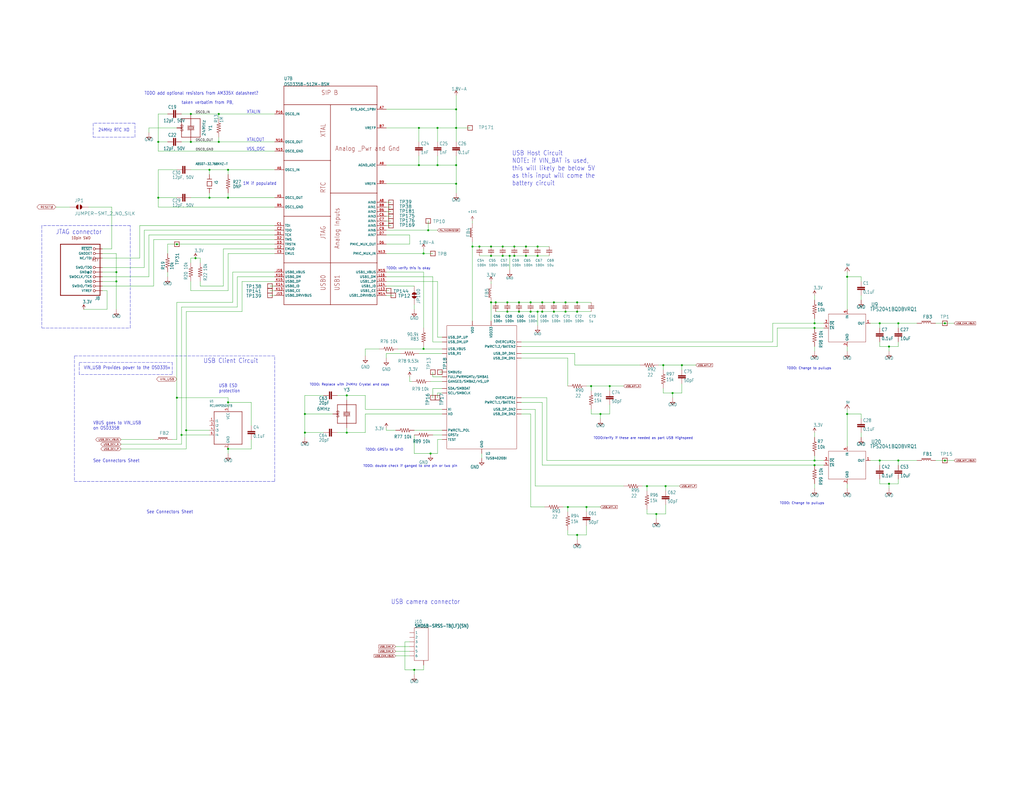
<source format=kicad_sch>
(kicad_sch (version 20211123) (generator eeschema)
  (paper "C")
  (title_block (title "Oresat DxWifi Card") (date "2022-01-30") (rev "1.1"))
  (junction (at 485.14 264.16))
  (junction (at 462.28 226.06))
  (junction (at 358.14 280.67))
  (junction (at 270.51 165.1))
  (junction (at 353.06 265.43))
  (junction (at 444.5 176.53))
  (junction (at 63.5 153.67))
  (junction (at 308.61 170.18))
  (junction (at 104.14 62.23))
  (junction (at 189.23 236.22))
  (junction (at 287.02 139.7))
  (junction (at 490.22 251.46))
  (junction (at 96.52 133.35))
  (junction (at 114.3 107.95))
  (junction (at 114.3 92.71))
  (junction (at 248.92 59.69))
  (junction (at 363.22 265.43))
  (junction (at 189.23 215.9))
  (junction (at 119.38 62.23))
  (junction (at 314.96 292.1))
  (junction (at 309.88 276.86))
  (junction (at 444.5 254))
  (junction (at 327.66 226.06))
  (junction (at 261.62 134.62))
  (junction (at 124.46 245.11))
  (junction (at 314.96 165.1))
  (junction (at 106.68 140.97))
  (junction (at 124.46 92.71))
  (junction (at 238.76 69.85))
  (junction (at 276.86 170.18))
  (junction (at 267.97 165.1))
  (junction (at 295.91 165.1))
  (junction (at 166.37 226.06))
  (junction (at 63.5 148.59))
  (junction (at 485.14 189.23))
  (junction (at 280.67 134.62))
  (junction (at 480.06 251.46))
  (junction (at 515.62 176.53))
  (junction (at 233.68 125.73))
  (junction (at 480.06 176.53))
  (junction (at 267.97 134.62))
  (junction (at 231.14 138.43))
  (junction (at 238.76 90.17))
  (junction (at 166.37 236.22))
  (junction (at 293.37 139.7))
  (junction (at 515.62 251.46))
  (junction (at 124.46 219.71))
  (junction (at 96.52 217.17))
  (junction (at 372.11 199.39))
  (junction (at 228.6 90.17))
  (junction (at 99.06 237.49))
  (junction (at 248.92 90.17))
  (junction (at 295.91 170.18))
  (junction (at 248.92 100.33))
  (junction (at 101.6 234.95))
  (junction (at 302.26 170.18))
  (junction (at 490.22 176.53))
  (junction (at 283.21 165.1))
  (junction (at 248.92 69.85))
  (junction (at 278.13 139.7))
  (junction (at 302.26 165.1))
  (junction (at 119.38 77.47))
  (junction (at 322.58 210.82))
  (junction (at 332.74 210.82))
  (junction (at 274.32 139.7))
  (junction (at 361.95 199.39))
  (junction (at 228.6 69.85))
  (junction (at 104.14 77.47))
  (junction (at 124.46 107.95))
  (junction (at 267.97 139.7))
  (junction (at 462.28 151.13))
  (junction (at 293.37 134.62))
  (junction (at 257.81 134.62))
  (junction (at 293.37 170.18))
  (junction (at 283.21 170.18))
  (junction (at 276.86 165.1))
  (junction (at 234.95 247.65))
  (junction (at 289.56 165.1))
  (junction (at 308.61 165.1))
  (junction (at 287.02 134.62))
  (junction (at 231.14 190.5))
  (junction (at 274.32 134.62))
  (junction (at 314.96 170.18))
  (junction (at 367.03 214.63))
  (junction (at 86.36 77.47))
  (junction (at 320.04 276.86))
  (junction (at 86.36 107.95))
  (junction (at 444.5 251.46))
  (junction (at 444.5 179.07))
  (junction (at 280.67 139.7))
  (junction (at 289.56 170.18))
  (junction (at 226.06 365.76))
  (wire (pts (xy 226.06 156.21) (xy 210.82 156.21)))
  (wire (pts (xy 248.92 77.47) (xy 248.92 69.85)))
  (wire (pts (xy 462.28 168.91) (xy 462.28 151.13)))
  (wire (pts (xy 241.3 205.74) (xy 236.22 205.74)))
  (wire (pts (xy 284.48 189.23) (xy 424.18 189.23)))
  (wire (pts (xy 490.22 176.53) (xy 490.22 179.07)))
  (wire (pts (xy 515.62 251.46) (xy 520.7 251.46)))
  (wire (pts (xy 220.98 350.52) (xy 220.98 365.76)))
  (wire (pts (xy 210.82 234.95) (xy 215.9 234.95)))
  (wire (pts (xy 213.36 113.03) (xy 210.82 113.03)))
  (wire (pts (xy 444.5 189.23) (xy 444.5 191.77)))
  (wire (pts (xy 58.42 168.91) (xy 45.72 168.91)))
  (wire (pts (xy 217.17 190.5) (xy 231.14 190.5)))
  (wire (pts (xy 284.48 193.04) (xy 313.69 193.04)))
  (wire (pts (xy 295.91 165.1) (xy 302.26 165.1)))
  (wire (pts (xy 184.15 215.9) (xy 189.23 215.9)))
  (wire (pts (xy 309.88 195.58) (xy 309.88 210.82)))
  (polyline (pts (xy 93.98 204.47) (xy 43.18 204.47)))
  (wire (pts (xy 166.37 236.22) (xy 166.37 226.06)))
  (wire (pts (xy 96.52 217.17) (xy 96.52 165.1)))
  (wire (pts (xy 181.61 226.06) (xy 166.37 226.06)))
  (wire (pts (xy 99.06 167.64) (xy 129.54 167.64)))
  (wire (pts (xy 469.9 161.29) (xy 469.9 163.83)))
  (wire (pts (xy 322.58 210.82) (xy 320.04 210.82)))
  (wire (pts (xy 231.14 135.89) (xy 231.14 138.43)))
  (wire (pts (xy 280.67 134.62) (xy 287.02 134.62)))
  (wire (pts (xy 101.6 245.11) (xy 101.6 234.95)))
  (wire (pts (xy 231.14 365.76) (xy 231.14 363.22)))
  (wire (pts (xy 91.44 151.13) (xy 91.44 148.59)))
  (wire (pts (xy 295.91 170.18) (xy 302.26 170.18)))
  (wire (pts (xy 314.96 292.1) (xy 314.96 294.64)))
  (wire (pts (xy 238.76 85.09) (xy 238.76 90.17)))
  (wire (pts (xy 78.74 146.05) (xy 55.88 146.05)))
  (wire (pts (xy 189.23 215.9) (xy 199.39 215.9)))
  (wire (pts (xy 121.92 156.21) (xy 121.92 135.89)))
  (wire (pts (xy 283.21 170.18) (xy 289.56 170.18)))
  (wire (pts (xy 361.95 212.09) (xy 361.95 214.63)))
  (wire (pts (xy 322.58 223.52) (xy 322.58 226.06)))
  (wire (pts (xy 210.82 120.65) (xy 213.36 120.65)))
  (wire (pts (xy 363.22 265.43) (xy 353.06 265.43)))
  (wire (pts (xy 276.86 165.1) (xy 283.21 165.1)))
  (wire (pts (xy 313.69 193.04) (xy 313.69 199.39)))
  (wire (pts (xy 372.11 199.39) (xy 361.95 199.39)))
  (wire (pts (xy 236.22 138.43) (xy 231.14 138.43)))
  (wire (pts (xy 210.82 59.69) (xy 248.92 59.69)))
  (wire (pts (xy 469.9 228.6) (xy 469.9 226.06)))
  (wire (pts (xy 236.22 151.13) (xy 236.22 186.69)))
  (polyline (pts (xy 22.86 123.19) (xy 22.86 179.07)))
  (wire (pts (xy 241.3 226.06) (xy 199.39 226.06)))
  (wire (pts (xy 480.06 179.07) (xy 480.06 176.53)))
  (wire (pts (xy 320.04 276.86) (xy 327.66 276.86)))
  (wire (pts (xy 289.56 226.06) (xy 289.56 276.86)))
  (wire (pts (xy 462.28 243.84) (xy 462.28 226.06)))
  (wire (pts (xy 284.48 223.52) (xy 292.1 223.52)))
  (wire (pts (xy 121.92 135.89) (xy 149.86 135.89)))
  (wire (pts (xy 462.28 151.13) (xy 462.28 148.59)))
  (wire (pts (xy 223.52 350.52) (xy 220.98 350.52)))
  (wire (pts (xy 314.96 292.1) (xy 320.04 292.1)))
  (wire (pts (xy 372.11 201.93) (xy 372.11 199.39)))
  (wire (pts (xy 469.9 151.13) (xy 462.28 151.13)))
  (polyline (pts (xy 22.86 179.07) (xy 71.12 179.07)))
  (wire (pts (xy 129.54 151.13) (xy 149.86 151.13)))
  (wire (pts (xy 372.11 214.63) (xy 372.11 209.55)))
  (wire (pts (xy 63.5 148.59) (xy 63.5 153.67)))
  (wire (pts (xy 267.97 165.1) (xy 270.51 165.1)))
  (wire (pts (xy 114.3 237.49) (xy 99.06 237.49)))
  (wire (pts (xy 91.44 133.35) (xy 91.44 138.43)))
  (wire (pts (xy 353.06 278.13) (xy 353.06 280.67)))
  (wire (pts (xy 444.5 254) (xy 449.58 254)))
  (wire (pts (xy 137.16 245.11) (xy 137.16 240.03)))
  (wire (pts (xy 127 165.1) (xy 127 148.59)))
  (wire (pts (xy 124.46 245.11) (xy 137.16 245.11)))
  (wire (pts (xy 114.3 107.95) (xy 104.14 107.95)))
  (wire (pts (xy 327.66 226.06) (xy 332.74 226.06)))
  (wire (pts (xy 298.45 251.46) (xy 298.45 217.17)))
  (wire (pts (xy 223.52 128.27) (xy 223.52 133.35)))
  (wire (pts (xy 91.44 77.47) (xy 86.36 77.47)))
  (wire (pts (xy 213.36 118.11) (xy 210.82 118.11)))
  (wire (pts (xy 367.03 214.63) (xy 372.11 214.63)))
  (wire (pts (xy 99.06 77.47) (xy 104.14 77.47)))
  (wire (pts (xy 210.82 100.33) (xy 248.92 100.33)))
  (wire (pts (xy 276.86 170.18) (xy 283.21 170.18)))
  (wire (pts (xy 83.82 130.81) (xy 149.86 130.81)))
  (wire (pts (xy 293.37 170.18) (xy 295.91 170.18)))
  (wire (pts (xy 210.82 151.13) (xy 236.22 151.13)))
  (wire (pts (xy 114.3 92.71) (xy 104.14 92.71)))
  (wire (pts (xy 109.22 140.97) (xy 106.68 140.97)))
  (wire (pts (xy 124.46 219.71) (xy 137.16 219.71)))
  (wire (pts (xy 314.96 165.1) (xy 322.58 165.1)))
  (polyline (pts (xy 73.66 67.31) (xy 50.8 67.31)))
  (wire (pts (xy 293.37 139.7) (xy 299.72 139.7)))
  (wire (pts (xy 226.06 365.76) (xy 231.14 365.76)))
  (wire (pts (xy 270.51 165.1) (xy 276.86 165.1)))
  (wire (pts (xy 257.81 120.65) (xy 257.81 121.92)))
  (wire (pts (xy 322.58 226.06) (xy 327.66 226.06)))
  (wire (pts (xy 309.88 276.86) (xy 307.34 276.86)))
  (wire (pts (xy 292.1 265.43) (xy 340.36 265.43)))
  (wire (pts (xy 353.06 265.43) (xy 350.52 265.43)))
  (wire (pts (xy 280.67 139.7) (xy 287.02 139.7)))
  (wire (pts (xy 55.88 148.59) (xy 63.5 148.59)))
  (wire (pts (xy 485.14 189.23) (xy 480.06 189.23)))
  (wire (pts (xy 210.82 193.04) (xy 210.82 195.58)))
  (wire (pts (xy 96.52 92.71) (xy 86.36 92.71)))
  (wire (pts (xy 363.22 265.43) (xy 370.84 265.43)))
  (wire (pts (xy 58.42 158.75) (xy 58.42 168.91)))
  (wire (pts (xy 349.25 199.39) (xy 313.69 199.39)))
  (wire (pts (xy 76.2 123.19) (xy 149.86 123.19)))
  (wire (pts (xy 293.37 170.18) (xy 293.37 177.8)))
  (wire (pts (xy 210.82 128.27) (xy 223.52 128.27)))
  (wire (pts (xy 93.98 240.03) (xy 96.52 240.03)))
  (polyline (pts (xy 149.86 262.89) (xy 149.86 194.31)))
  (wire (pts (xy 480.06 176.53) (xy 490.22 176.53)))
  (wire (pts (xy 480.06 254) (xy 480.06 251.46)))
  (wire (pts (xy 292.1 223.52) (xy 292.1 265.43)))
  (wire (pts (xy 238.76 77.47) (xy 238.76 69.85)))
  (wire (pts (xy 363.22 267.97) (xy 363.22 265.43)))
  (wire (pts (xy 248.92 59.69) (xy 248.92 52.07)))
  (wire (pts (xy 241.3 212.09) (xy 236.22 212.09)))
  (wire (pts (xy 119.38 64.77) (xy 119.38 62.23)))
  (wire (pts (xy 302.26 165.1) (xy 308.61 165.1)))
  (wire (pts (xy 86.36 107.95) (xy 86.36 113.03)))
  (wire (pts (xy 332.74 210.82) (xy 322.58 210.82)))
  (wire (pts (xy 289.56 226.06) (xy 284.48 226.06)))
  (wire (pts (xy 81.28 128.27) (xy 149.86 128.27)))
  (wire (pts (xy 104.14 140.97) (xy 106.68 140.97)))
  (wire (pts (xy 320.04 279.4) (xy 320.04 276.86)))
  (wire (pts (xy 226.06 237.49) (xy 226.06 247.65)))
  (wire (pts (xy 55.88 138.43) (xy 63.5 138.43)))
  (wire (pts (xy 248.92 100.33) (xy 248.92 90.17)))
  (wire (pts (xy 78.74 146.05) (xy 78.74 125.73)))
  (wire (pts (xy 238.76 90.17) (xy 248.92 90.17)))
  (wire (pts (xy 96.52 133.35) (xy 91.44 133.35)))
  (wire (pts (xy 149.86 82.55) (xy 86.36 82.55)))
  (wire (pts (xy 267.97 153.67) (xy 267.97 154.94)))
  (wire (pts (xy 421.64 186.69) (xy 421.64 176.53)))
  (wire (pts (xy 210.82 90.17) (xy 228.6 90.17)))
  (wire (pts (xy 358.14 280.67) (xy 358.14 283.21)))
  (wire (pts (xy 199.39 226.06) (xy 199.39 236.22)))
  (wire (pts (xy 298.45 251.46) (xy 444.5 251.46)))
  (wire (pts (xy 257.81 134.62) (xy 261.62 134.62)))
  (wire (pts (xy 86.36 77.47) (xy 86.36 62.23)))
  (wire (pts (xy 76.2 140.97) (xy 76.2 123.19)))
  (wire (pts (xy 166.37 215.9) (xy 176.53 215.9)))
  (polyline (pts (xy 149.86 194.31) (xy 40.64 194.31)))
  (wire (pts (xy 220.98 365.76) (xy 226.06 365.76)))
  (wire (pts (xy 302.26 170.18) (xy 308.61 170.18)))
  (wire (pts (xy 309.88 279.4) (xy 309.88 276.86)))
  (wire (pts (xy 241.3 214.63) (xy 238.76 214.63)))
  (wire (pts (xy 283.21 165.1) (xy 289.56 165.1)))
  (wire (pts (xy 210.82 161.29) (xy 214.63 161.29)))
  (wire (pts (xy 210.82 233.68) (xy 210.82 234.95)))
  (wire (pts (xy 238.76 240.03) (xy 238.76 247.65)))
  (wire (pts (xy 308.61 165.1) (xy 314.96 165.1)))
  (wire (pts (xy 91.44 62.23) (xy 86.36 62.23)))
  (wire (pts (xy 462.28 226.06) (xy 462.28 223.52)))
  (wire (pts (xy 270.51 170.18) (xy 276.86 170.18)))
  (polyline (pts (xy 93.98 197.866) (xy 93.98 204.47)))
  (wire (pts (xy 60.96 113.03) (xy 48.26 113.03)))
  (wire (pts (xy 104.14 143.51) (xy 104.14 140.97)))
  (wire (pts (xy 469.9 236.22) (xy 469.9 238.76)))
  (wire (pts (xy 166.37 238.76) (xy 166.37 236.22)))
  (wire (pts (xy 449.58 179.07) (xy 444.5 179.07)))
  (wire (pts (xy 284.48 219.71) (xy 295.91 219.71)))
  (wire (pts (xy 226.06 247.65) (xy 234.95 247.65)))
  (wire (pts (xy 149.86 92.71) (xy 124.46 92.71)))
  (wire (pts (xy 332.74 226.06) (xy 332.74 220.98)))
  (wire (pts (xy 114.3 234.95) (xy 101.6 234.95)))
  (wire (pts (xy 500.38 251.46) (xy 490.22 251.46)))
  (wire (pts (xy 474.98 251.46) (xy 480.06 251.46)))
  (wire (pts (xy 55.88 140.97) (xy 76.2 140.97)))
  (polyline (pts (xy 40.64 194.31) (xy 40.64 262.89)))
  (wire (pts (xy 490.22 176.53) (xy 500.38 176.53)))
  (wire (pts (xy 238.76 214.63) (xy 238.76 217.17)))
  (polyline (pts (xy 71.12 179.07) (xy 71.12 123.19)))
  (wire (pts (xy 149.86 161.29) (xy 147.32 161.29)))
  (wire (pts (xy 124.46 158.75) (xy 104.14 158.75)))
  (wire (pts (xy 218.44 193.04) (xy 210.82 193.04)))
  (wire (pts (xy 332.74 210.82) (xy 340.36 210.82)))
  (wire (pts (xy 166.37 226.06) (xy 166.37 215.9)))
  (wire (pts (xy 226.06 168.91) (xy 226.06 166.37)))
  (wire (pts (xy 480.06 189.23) (xy 480.06 186.69)))
  (wire (pts (xy 248.92 69.85) (xy 238.76 69.85)))
  (wire (pts (xy 274.32 139.7) (xy 278.13 139.7)))
  (wire (pts (xy 257.81 134.62) (xy 257.81 175.26)))
  (wire (pts (xy 129.54 167.64) (xy 129.54 151.13)))
  (wire (pts (xy 149.86 138.43) (xy 124.46 138.43)))
  (wire (pts (xy 114.3 107.95) (xy 124.46 107.95)))
  (wire (pts (xy 485.14 266.7) (xy 485.14 264.16)))
  (wire (pts (xy 267.97 134.62) (xy 274.32 134.62)))
  (wire (pts (xy 96.52 69.85) (xy 81.28 69.85)))
  (wire (pts (xy 223.52 205.74) (xy 223.52 208.28)))
  (wire (pts (xy 444.5 264.16) (xy 444.5 266.7)))
  (wire (pts (xy 109.22 143.51) (xy 109.22 140.97)))
  (wire (pts (xy 96.52 133.35) (xy 149.86 133.35)))
  (wire (pts (xy 55.88 153.67) (xy 63.5 153.67)))
  (wire (pts (xy 289.56 170.18) (xy 293.37 170.18)))
  (wire (pts (xy 124.46 217.17) (xy 96.52 217.17)))
  (wire (pts (xy 189.23 233.68) (xy 189.23 236.22)))
  (wire (pts (xy 228.6 193.04) (xy 241.3 193.04)))
  (wire (pts (xy 124.46 222.25) (xy 124.46 219.71)))
  (polyline (pts (xy 71.12 123.19) (xy 22.86 123.19)))
  (wire (pts (xy 361.95 199.39) (xy 359.41 199.39)))
  (wire (pts (xy 485.14 189.23) (xy 490.22 189.23)))
  (wire (pts (xy 295.91 254) (xy 444.5 254)))
  (wire (pts (xy 231.14 148.59) (xy 231.14 179.07)))
  (wire (pts (xy 238.76 240.03) (xy 241.3 240.03)))
  (wire (pts (xy 309.88 289.56) (xy 309.88 292.1)))
  (wire (pts (xy 63.5 153.67) (xy 63.5 168.91)))
  (wire (pts (xy 421.64 176.53) (xy 444.5 176.53)))
  (wire (pts (xy 515.62 176.53) (xy 520.7 176.53)))
  (wire (pts (xy 257.81 132.08) (xy 257.81 134.62)))
  (polyline (pts (xy 43.18 197.866) (xy 93.98 197.866)))
  (wire (pts (xy 236.22 212.09) (xy 236.22 217.17)))
  (wire (pts (xy 444.5 176.53) (xy 444.5 173.99)))
  (wire (pts (xy 469.9 153.67) (xy 469.9 151.13)))
  (wire (pts (xy 199.39 223.52) (xy 241.3 223.52)))
  (wire (pts (xy 480.06 251.46) (xy 490.22 251.46)))
  (wire (pts (xy 81.28 151.13) (xy 81.28 128.27)))
  (wire (pts (xy 132.08 153.67) (xy 149.86 153.67)))
  (wire (pts (xy 228.6 90.17) (xy 238.76 90.17)))
  (wire (pts (xy 109.22 156.21) (xy 121.92 156.21)))
  (wire (pts (xy 149.86 107.95) (xy 124.46 107.95)))
  (wire (pts (xy 226.06 234.95) (xy 241.3 234.95)))
  (wire (pts (xy 96.52 107.95) (xy 86.36 107.95)))
  (wire (pts (xy 55.88 156.21) (xy 83.82 156.21)))
  (wire (pts (xy 63.5 138.43) (xy 63.5 148.59)))
  (wire (pts (xy 490.22 189.23) (xy 490.22 186.69)))
  (wire (pts (xy 231.14 189.23) (xy 231.14 190.5)))
  (wire (pts (xy 238.76 184.15) (xy 241.3 184.15)))
  (wire (pts (xy 66.04 245.11) (xy 101.6 245.11)))
  (wire (pts (xy 104.14 77.47) (xy 119.38 77.47)))
  (wire (pts (xy 462.28 266.7) (xy 462.28 264.16)))
  (wire (pts (xy 510.54 251.46) (xy 515.62 251.46)))
  (wire (pts (xy 474.98 176.53) (xy 480.06 176.53)))
  (wire (pts (xy 109.22 153.67) (xy 109.22 156.21)))
  (wire (pts (xy 289.56 165.1) (xy 295.91 165.1)))
  (wire (pts (xy 238.76 247.65) (xy 234.95 247.65)))
  (wire (pts (xy 490.22 251.46) (xy 490.22 254)))
  (wire (pts (xy 124.46 247.65) (xy 124.46 245.11)))
  (wire (pts (xy 147.32 158.75) (xy 149.86 158.75)))
  (wire (pts (xy 223.52 133.35) (xy 210.82 133.35)))
  (wire (pts (xy 236.22 205.74) (xy 236.22 203.2)))
  (wire (pts (xy 99.06 237.49) (xy 99.06 167.64)))
  (wire (pts (xy 210.82 110.49) (xy 213.36 110.49)))
  (wire (pts (xy 199.39 190.5) (xy 199.39 194.31)))
  (wire (pts (xy 210.82 115.57) (xy 213.36 115.57)))
  (wire (pts (xy 320.04 292.1) (xy 320.04 287.02)))
  (wire (pts (xy 226.06 368.3) (xy 226.06 365.76)))
  (wire (pts (xy 424.18 179.07) (xy 424.18 189.23)))
  (wire (pts (xy 314.96 170.18) (xy 322.58 170.18)))
  (wire (pts (xy 119.38 77.47) (xy 119.38 74.93)))
  (wire (pts (xy 353.06 280.67) (xy 358.14 280.67)))
  (wire (pts (xy 256.54 69.85) (xy 248.92 69.85)))
  (wire (pts (xy 99.06 242.57) (xy 99.06 237.49)))
  (wire (pts (xy 358.14 280.67) (xy 363.22 280.67)))
  (wire (pts (xy 60.96 135.89) (xy 60.96 113.03)))
  (wire (pts (xy 332.74 213.36) (xy 332.74 210.82)))
  (wire (pts (xy 367.03 214.63) (xy 367.03 217.17)))
  (wire (pts (xy 240.03 203.2) (xy 241.3 203.2)))
  (wire (pts (xy 96.52 217.17) (xy 96.52 240.03)))
  (wire (pts (xy 55.88 151.13) (xy 81.28 151.13)))
  (wire (pts (xy 124.46 219.71) (xy 124.46 217.17)))
  (wire (pts (xy 485.14 264.16) (xy 480.06 264.16)))
  (wire (pts (xy 261.62 139.7) (xy 267.97 139.7)))
  (wire (pts (xy 444.5 163.83) (xy 444.5 161.29)))
  (wire (pts (xy 104.14 158.75) (xy 104.14 153.67)))
  (wire (pts (xy 289.56 276.86) (xy 297.18 276.86)))
  (wire (pts (xy 444.5 238.76) (xy 444.5 236.22)))
  (wire (pts (xy 119.38 62.23) (xy 104.14 62.23)))
  (wire (pts (xy 124.46 105.41) (xy 124.46 107.95)))
  (wire (pts (xy 213.36 123.19) (xy 210.82 123.19)))
  (wire (pts (xy 224.79 208.28) (xy 223.52 208.28)))
  (wire (pts (xy 223.52 353.06) (xy 215.9 353.06)))
  (wire (pts (xy 444.5 179.07) (xy 424.18 179.07)))
  (wire (pts (xy 231.14 190.5) (xy 241.3 190.5)))
  (wire (pts (xy 207.01 190.5) (xy 199.39 190.5)))
  (wire (pts (xy 462.28 191.77) (xy 462.28 189.23)))
  (wire (pts (xy 83.82 156.21) (xy 83.82 130.81)))
  (wire (pts (xy 114.3 95.25) (xy 114.3 92.71)))
  (wire (pts (xy 361.95 201.93) (xy 361.95 199.39)))
  (wire (pts (xy 309.88 292.1) (xy 314.96 292.1)))
  (wire (pts (xy 210.82 153.67) (xy 238.76 153.67)))
  (polyline (pts (xy 73.66 74.93) (xy 73.66 67.31)))
  (wire (pts (xy 55.88 158.75) (xy 58.42 158.75)))
  (wire (pts (xy 189.23 218.44) (xy 189.23 215.9)))
  (wire (pts (xy 261.62 134.62) (xy 267.97 134.62)))
  (wire (pts (xy 295.91 219.71) (xy 295.91 254)))
  (wire (pts (xy 104.14 62.23) (xy 99.06 62.23)))
  (wire (pts (xy 149.86 148.59) (xy 127 148.59)))
  (wire (pts (xy 361.95 214.63) (xy 367.03 214.63)))
  (wire (pts (xy 233.68 120.65) (xy 233.68 125.73)))
  (wire (pts (xy 449.58 251.46) (xy 444.5 251.46)))
  (wire (pts (xy 147.32 156.21) (xy 149.86 156.21)))
  (wire (pts (xy 176.53 236.22) (xy 166.37 236.22)))
  (wire (pts (xy 119.38 77.47) (xy 149.86 77.47)))
  (wire (pts (xy 248.92 69.85) (xy 248.92 59.69)))
  (wire (pts (xy 238.76 69.85) (xy 228.6 69.85)))
  (wire (pts (xy 490.22 264.16) (xy 490.22 261.62)))
  (wire (pts (xy 149.86 62.23) (xy 119.38 62.23)))
  (wire (pts (xy 137.16 219.71) (xy 137.16 232.41)))
  (wire (pts (xy 66.04 242.57) (xy 99.06 242.57)))
  (wire (pts (xy 274.32 134.62) (xy 280.67 134.62)))
  (wire (pts (xy 38.1 113.03) (xy 30.48 113.03)))
  (wire (pts (xy 287.02 134.62) (xy 293.37 134.62)))
  (wire (pts (xy 184.15 236.22) (xy 189.23 236.22)))
  (wire (pts (xy 86.36 82.55) (xy 86.36 77.47)))
  (wire (pts (xy 189.23 236.22) (xy 199.39 236.22)))
  (wire (pts (xy 101.6 170.18) (xy 101.6 234.95)))
  (polyline (pts (xy 50.8 67.31) (xy 50.8 74.93)))
  (wire (pts (xy 124.46 95.25) (xy 124.46 92.71)))
  (polyline (pts (xy 40.64 262.89) (xy 149.86 262.89)))
  (wire (pts (xy 114.3 107.95) (xy 114.3 105.41)))
  (wire (pts (xy 81.28 69.85) (xy 81.28 72.39)))
  (wire (pts (xy 236.22 237.49) (xy 241.3 237.49)))
  (wire (pts (xy 372.11 199.39) (xy 379.73 199.39)))
  (wire (pts (xy 510.54 176.53) (xy 515.62 176.53)))
  (wire (pts (xy 485.14 191.77) (xy 485.14 189.23)))
  (wire (pts (xy 234.95 208.28) (xy 241.3 208.28)))
  (wire (pts (xy 278.13 139.7) (xy 278.13 147.32)))
  (wire (pts (xy 287.02 139.7) (xy 293.37 139.7)))
  (wire (pts (xy 248.92 105.41) (xy 248.92 100.33)))
  (wire (pts (xy 480.06 264.16) (xy 480.06 261.62)))
  (wire (pts (xy 267.97 165.1) (xy 267.97 175.26)))
  (wire (pts (xy 236.22 186.69) (xy 241.3 186.69)))
  (wire (pts (xy 363.22 280.67) (xy 363.22 275.59)))
  (wire (pts (xy 322.58 213.36) (xy 322.58 210.82)))
  (wire (pts (xy 228.6 77.47) (xy 228.6 69.85)))
  (wire (pts (xy 132.08 170.18) (xy 101.6 170.18)))
  (wire (pts (xy 238.76 153.67) (xy 238.76 184.15)))
  (wire (pts (xy 469.9 226.06) (xy 462.28 226.06)))
  (polyline (pts (xy 43.18 204.47) (xy 43.18 197.866)))
  (wire (pts (xy 485.14 264.16) (xy 490.22 264.16)))
  (wire (pts (xy 248.92 90.17) (xy 248.92 85.09)))
  (wire (pts (xy 284.48 195.58) (xy 309.88 195.58)))
  (wire (pts (xy 124.46 92.71) (xy 114.3 92.71)))
  (wire (pts (xy 132.08 153.67) (xy 132.08 170.18)))
  (wire (pts (xy 284.48 186.69) (xy 421.64 186.69)))
  (wire (pts (xy 353.06 267.97) (xy 353.06 265.43)))
  (wire (pts (xy 231.14 138.43) (xy 210.82 138.43)))
  (wire (pts (xy 320.04 276.86) (xy 309.88 276.86)))
  (wire (pts (xy 124.46 138.43) (xy 124.46 158.75)))
  (wire (pts (xy 267.97 139.7) (xy 274.32 139.7)))
  (wire (pts (xy 308.61 170.18) (xy 314.96 170.18)))
  (wire (pts (xy 223.52 355.6) (xy 215.9 355.6)))
  (wire (pts (xy 327.66 226.06) (xy 327.66 228.6)))
  (wire (pts (xy 86.36 113.03) (xy 149.86 113.03)))
  (wire (pts (xy 86.36 92.71) (xy 86.36 107.95)))
  (wire (pts (xy 293.37 134.62) (xy 299.72 134.62)))
  (wire (pts (xy 83.82 240.03) (xy 66.04 240.03)))
  (wire (pts (xy 449.58 176.53) (xy 444.5 176.53)))
  (wire (pts (xy 278.13 139.7) (xy 280.67 139.7)))
  (wire (pts (xy 78.74 125.73) (xy 149.86 125.73)))
  (wire (pts (xy 210.82 148.59) (xy 231.14 148.59)))
  (wire (pts (xy 233.68 125.73) (xy 210.82 125.73)))
  (wire (pts (xy 444.5 251.46) (xy 444.5 248.92)))
  (wire (pts (xy 199.39 215.9) (xy 199.39 223.52)))
  (wire (pts (xy 55.88 135.89) (xy 60.96 135.89)))
  (wire (pts (xy 228.6 85.09) (xy 228.6 90.17)))
  (wire (pts (xy 228.6 69.85) (xy 210.82 69.85)))
  (polyline (pts (xy 50.8 74.93) (xy 73.66 74.93)))
  (wire (pts (xy 262.89 247.65) (xy 262.89 250.19)))
  (wire (pts (xy 210.82 158.75) (xy 212.09 158.75)))
  (wire (pts (xy 96.52 165.1) (xy 127 165.1)))
  (wire (pts (xy 238.76 125.73) (xy 233.68 125.73)))
  (wire (pts (xy 223.52 358.14) (xy 215.9 358.14)))
  (wire (pts (xy 298.45 217.17) (xy 284.48 217.17)))
  (text "XTALOUT" (at 134.62 77.47 180) (effects (font (size 1.778 1.5113)) (justify left bottom)))
  (text "USB ESD\nprotection" (at 119.38 214.63 180) (effects (font (size 1.778 1.5113)) (justify left bottom)))
  (text "TODO: verify this is okay" (at 210.82 147.32 0) (effects (font (size 1.27 1.27)) (justify left bottom)))
  (text "USB Client Circuit" (at 110.998 198.628 180) (effects (font (size 2.54 2.159)) (justify left bottom)))
  (text "VIN_USB Provides power to the OSD335x" (at 45.72 201.93 180) (effects (font (size 1.778 1.5113)) (justify left bottom)))
  (text "24MHz RTC XO" (at 53.594 72.136 180) (effects (font (size 1.778 1.5113)) (justify left bottom)))
  (text "See Connectors Sheet" (at 50.8 252.73 180) (effects (font (size 1.778 1.5113)) (justify left bottom)))
  (text "JTAG connector" (at 30.48 128.27 180) (effects (font (size 2.54 2.159)) (justify left bottom)))
  (text "See Connectors Sheet" (at 80.01 280.67 180) (effects (font (size 1.778 1.5113)) (justify left bottom)))
  (text "TODO: Change to pullups\n" (at 429.26 201.93 0) (effects (font (size 1.27 1.27)) (justify left bottom)))
  (text "1M if populated" (at 132.588 101.346 180) (effects (font (size 1.778 1.5113)) (justify left bottom)))
  (text "TODO add optional resistors from AM335X datasheet?" (at 78.74 52.07 0) (effects (font (size 1.778 1.5113)) (justify left bottom)))
  (text "TODO: Change to pullups\n" (at 425.45 275.59 0) (effects (font (size 1.27 1.27)) (justify left bottom)))
  (text "TODO: Replace with 24MHz Crystal and caps\n" (at 168.91 210.82 0) (effects (font (size 1.27 1.27)) (justify left bottom)))
  (text "TODO:Verify if these are needed as part USB Highspeed" (at 323.85 240.03 0) (effects (font (size 1.27 1.27)) (justify left bottom)))
  (text "TODO: double check if ganged to one pin or two pin\n" (at 198.12 255.27 0) (effects (font (size 1.27 1.27)) (justify left bottom)))
  (text "USB Host Circuit\nNOTE: if VIN_BAT is used,\nthis will likely be below 5V\nas this input will come the\nbattery circuit" (at 279.4 101.6 0) (effects (font (size 2.54 2.159)) (justify left bottom)))
  (text "XTALIN" (at 134.62 62.23 180) (effects (font (size 1.778 1.5113)) (justify left bottom)))
  (text "VBUS goes to VIN_USB\non OSD3358" (at 50.8 234.95 180) (effects (font (size 1.778 1.5113)) (justify left bottom)))
  (text "TODO: GRSTz to GPIO\n" (at 199.39 246.38 0) (effects (font (size 1.27 1.27)) (justify left bottom)))
  (text "1.1" (at 560.07 443.23 180) (effects (font (size 3.81 3.2385)) (justify left bottom)))
  (text "USB camera connector" (at 213.36 330.2 180) (effects (font (size 2.54 2.159)) (justify left bottom)))
  (text "VSS_OSC" (at 134.62 82.55 180) (effects (font (size 1.778 1.5113)) (justify left bottom)))
  (text "taken verbatim from PB," (at 99.06 57.15 180) (effects (font (size 1.778 1.5113)) (justify left bottom)))
  (label "OSC0_GND" (at 106.68 82.55 0) (effects (font (size 1.2446 1.2446))))
  (label "OSC0_OUT" (at 106.68 77.47 0) (effects (font (size 1.2446 1.2446))))
  (label "OSC0_IN" (at 106.68 62.23 0) (effects (font (size 1.2446 1.2446))))
  (global_label "RESET#" (shape bidirectional) (at 30.48 113.03 180) (effects (font (size 1.2446 1.2446))) (property "Intersheet References" "${INTERSHEET_REFS}" (at 43.18 -673.1 0)))
  (global_label "PA_THERMISTOR" (shape input) (at 238.76 125.73 0) (effects (font (size 0.889 0.889))) (property "Intersheet References" "${INTERSHEET_REFS}" (at 250.8631 125.6745 0) (effects (font (size 0.889 0.889)) (justify left))))
  (global_label "USB_DEV_VBUS" (shape bidirectional) (at 66.04 240.03 180) (effects (font (size 0.9957 0.9957))) (property "Intersheet References" "${INTERSHEET_REFS}" (at 114.3 -419.1 0)))
  (global_label "USB_WIFI_P" (shape input) (at 379.73 199.39 0) (effects (font (size 0.889 0.889))) (property "Intersheet References" "${INTERSHEET_REFS}" (at 388.9544 199.3345 0) (effects (font (size 0.889 0.889)) (justify left))))
  (global_label "USB_CAM_VBUS" (shape input) (at 520.7 176.53 0) (effects (font (size 0.889 0.889))) (property "Intersheet References" "${INTERSHEET_REFS}" (at 532.5068 176.4745 0) (effects (font (size 0.889 0.889)) (justify left))))
  (global_label "USB_CAM_P" (shape input) (at 215.9 353.06 180) (effects (font (size 0.889 0.889))) (property "Intersheet References" "${INTERSHEET_REFS}" (at 206.6332 353.0045 0) (effects (font (size 0.889 0.889)) (justify right))))
  (global_label "USB_WIFI_VBUS" (shape input) (at 520.7 251.46 0) (effects (font (size 0.889 0.889))) (property "Intersheet References" "${INTERSHEET_REFS}" (at 532.4644 251.4045 0) (effects (font (size 0.889 0.889)) (justify left))))
  (global_label "VIN_USB" (shape bidirectional) (at 96.52 207.01 180) (effects (font (size 1.2446 1.2446))) (property "Intersheet References" "${INTERSHEET_REFS}" (at 175.26 -485.14 0)))
  (global_label "USB_CAM_VBUS" (shape input) (at 215.9 358.14 180) (effects (font (size 0.889 0.889))) (property "Intersheet References" "${INTERSHEET_REFS}" (at 204.0932 358.0845 0) (effects (font (size 0.889 0.889)) (justify right))))
  (global_label "USB_WIFI_N" (shape input) (at 340.36 210.82 0) (effects (font (size 0.889 0.889))) (property "Intersheet References" "${INTERSHEET_REFS}" (at 349.6268 210.7645 0) (effects (font (size 0.889 0.889)) (justify left))))
  (global_label "USB_WIFI_N" (shape input) (at 327.66 276.86 0) (effects (font (size 0.889 0.889))) (property "Intersheet References" "${INTERSHEET_REFS}" (at 336.9268 276.8045 0) (effects (font (size 0.889 0.889)) (justify left))))
  (global_label "USB_DEV_P" (shape bidirectional) (at 66.04 245.11 180) (effects (font (size 0.9957 0.9957))) (property "Intersheet References" "${INTERSHEET_REFS}" (at 114.3 -408.94 0)))
  (global_label "USB_CAM_N" (shape input) (at 215.9 355.6 180) (effects (font (size 0.889 0.889))) (property "Intersheet References" "${INTERSHEET_REFS}" (at 206.5909 355.5445 0) (effects (font (size 0.889 0.889)) (justify right))))
  (global_label "USB_WIFI_P" (shape input) (at 370.84 265.43 0) (effects (font (size 0.889 0.889))) (property "Intersheet References" "${INTERSHEET_REFS}" (at 380.0644 265.3745 0) (effects (font (size 0.889 0.889)) (justify left))))
  (global_label "USB_DEV_N" (shape bidirectional) (at 66.04 242.57 180) (effects (font (size 0.9957 0.9957))) (property "Intersheet References" "${INTERSHEET_REFS}" (at 114.3 -414.02 0)))
  (symbol (lib_id "oresat-live-card-eagle-import:TEST-POINT") (at 238.76 217.17 270) (unit 1)
    (property "Reference" "TP17" (at 240.03 214.63 0) (effects (font (size 1.778 1.778)) (justify left bottom)))
    (property "Value" "TEST-POINT3X4" (effects hide))
    (property "Footprint" "oresat-live-card:2MM-TEST-POINT" (effects hide))
  )
  (symbol (lib_id "oresat-live-card-eagle-import:TPS2041BQDBVRQ1") (at 462.28 176.53 0) (unit 1)
    (property "Reference" "U9" (at 475.3356 167.4114 0) (effects (font (size 2.0828 1.7703)) (justify left bottom)))
    (property "Value" "TPS2041BQDBVRQ1" (at 474.7006 169.9514 0) (effects (font (size 2.0828 1.7703)) (justify left bottom)))
    (property "Footprint" "oresat-live-card:DBV5" (effects hide))
  )
  (symbol (lib_id "oresat-live-card-eagle-import:R-US_0603-A") (at 231.14 237.49 0) (unit 1)
    (property "Reference" "R89" (at 229.87 240.03 0) (effects (font (size 1.778 1.5113)) (justify right top)))
    (property "Value" "10k" (at 234.95 240.03 0) (effects (font (size 1.778 1.5113)) (justify right top)))
    (property "Footprint" "oresat-live-card:.0603-A" (effects hide))
  )
  (symbol (lib_id "oresat-live-card-eagle-import:GND") (at 226.06 370.84 0) (unit 1)
    (property "Reference" "#GND091" (effects hide))
    (property "Value" "GND" (at 226.06 371.094 0) (effects (font (size 1.778 1.5113)) (justify top)))
    (property "Footprint" "oresat-live-card:" (effects hide))
  )
  (symbol (lib_id "oresat-live-card-eagle-import:TEST-POINT") (at 96.52 133.35 270) (unit 1)
    (property "Reference" "TP31" (at 95.758 137.922 0) (effects (font (size 1.778 1.778)) (justify left bottom)))
    (property "Value" "TEST-POINT3X4" (effects hide))
    (property "Footprint" "oresat-live-card:2MM-TEST-POINT" (effects hide))
  )
  (symbol (lib_id "oresat-live-card-eagle-import:C-EU0603-A") (at 320.04 281.94 0) (unit 1)
    (property "Reference" "C61" (at 321.056 281.305 0) (effects (font (size 1.778 1.5113)) (justify left bottom)))
    (property "Value" "50pF" (at 321.056 286.131 0) (effects (font (size 1.778 1.5113)) (justify left bottom)))
    (property "Footprint" "oresat-live-card:.0603-A" (effects hide))
  )
  (symbol (lib_id "oresat-live-card-eagle-import:R-US_0603-A") (at 309.88 284.48 90) (unit 1)
    (property "Reference" "R94" (at 311.404 282.702 90) (effects (font (size 1.778 1.5113)) (justify right top)))
    (property "Value" "15k" (at 311.404 283.718 90) (effects (font (size 1.778 1.5113)) (justify right bottom)))
    (property "Footprint" "oresat-live-card:.0603-A" (effects hide))
  )
  (symbol (lib_id "Device:C_Small") (at 293.37 137.16 0) (unit 1)
    (property "Reference" "C67" (at 292.1 142.24 0) (effects (justify left)))
    (property "Value" "100n" (at 292.1 144.78 0) (effects (justify left)))
    (property "Footprint" "Resistor_SMD:R_0603_1608Metric" (effects hide))
  )
  (symbol (lib_id "oresat-live-card-eagle-import:TPS2041BQDBVRQ1") (at 462.28 251.46 0) (unit 1)
    (property "Reference" "U20" (at 475.3356 242.3414 0) (effects (font (size 2.0828 1.7703)) (justify left bottom)))
    (property "Value" "TPS2041BQDBVRQ1" (at 474.7006 244.8814 0) (effects (font (size 2.0828 1.7703)) (justify left bottom)))
    (property "Footprint" "oresat-live-card:DBV5" (effects hide))
  )
  (symbol (lib_id "oresat-live-card-eagle-import:R-US_0603-A") (at 223.52 193.04 180) (unit 1)
    (property "Reference" "R78" (at 217.17 198.12 0) (effects (font (size 1.778 1.5113)) (justify right top)))
    (property "Value" "9.53k" (at 222.25 198.12 0) (effects (font (size 1.778 1.5113)) (justify right top)))
    (property "Footprint" "oresat-live-card:.0603-A" (effects hide))
  )
  (symbol (lib_id "oresat-live-card-eagle-import:TEST-POINT") (at 213.36 118.11 0) (unit 1)
    (property "Reference" "TP175" (at 217.932 118.872 0) (effects (font (size 1.778 1.778)) (justify left bottom)))
    (property "Value" "TEST-POINT3X4" (effects hide))
    (property "Footprint" "oresat-live-card:2MM-TEST-POINT" (effects hide))
  )
  (symbol (lib_id "oresat-live-card-eagle-import:5V") (at 462.28 146.05 0) (unit 1)
    (property "Reference" "#3V-08" (effects hide))
    (property "Value" "5V" (at 461.645 145.415 0) (effects (font (size 1.27 1.0795)) (justify left bottom)))
    (property "Footprint" "oresat-live-card:" (effects hide))
  )
  (symbol (lib_id "oresat-live-card-eagle-import:C-EU0603-A") (at 490.22 181.61 0) (unit 1)
    (property "Reference" "C27" (at 491.236 180.975 0) (effects (font (size 1.778 1.5113)) (justify left bottom)))
    (property "Value" "10uF" (at 491.236 185.801 0) (effects (font (size 1.778 1.5113)) (justify left bottom)))
    (property "Footprint" "oresat-live-card:.0603-A" (effects hide))
  )
  (symbol (lib_id "oresat-live-card-eagle-import:R-US_0603-A") (at 91.44 143.51 90) (unit 1)
    (property "Reference" "R19" (at 89.9414 147.32 0) (effects (font (size 1.778 1.5113)) (justify left bottom)))
    (property "Value" "10k" (at 94.742 147.32 0) (effects (font (size 1.778 1.5113)) (justify left bottom)))
    (property "Footprint" "oresat-live-card:.0603-A" (effects hide))
  )
  (symbol (lib_id "oresat-live-card-eagle-import:GND") (at 327.66 231.14 0) (unit 1)
    (property "Reference" "#GND085" (effects hide))
    (property "Value" "GND" (at 327.66 231.394 0) (effects (font (size 1.778 1.5113)) (justify top)))
    (property "Footprint" "oresat-live-card:" (effects hide))
  )
  (symbol (lib_id "Device:C_Small") (at 276.86 167.64 0) (unit 1)
    (property "Reference" "C58" (at 275.59 172.72 0) (effects (justify left)))
    (property "Value" "100n" (at 275.59 175.26 0) (effects (justify left)))
    (property "Footprint" "Resistor_SMD:R_0603_1608Metric" (effects hide))
  )
  (symbol (lib_id "oresat-live-card-eagle-import:GND") (at 314.96 297.18 0) (unit 1)
    (property "Reference" "#GND087" (effects hide))
    (property "Value" "GND" (at 314.96 297.434 0) (effects (font (size 1.778 1.5113)) (justify top)))
    (property "Footprint" "oresat-live-card:" (effects hide))
  )
  (symbol (lib_id "oresat-live-card-eagle-import:ECS-240-12-30BQ-AEN-TR") (at 104.14 69.85 270) (unit 1)
    (property "Reference" "Y1" (at 113.792 69.85 0) (effects (font (size 1.778 1.778)) (justify bottom)))
    (property "Value" "24MHz" (at 112.268 69.85 0) (effects (font (size 1.778 1.778)) (justify top)))
    (property "Footprint" "oresat-live-card:5X3.2-4SMD" (effects hide))
  )
  (symbol (lib_id "oresat-live-card-eagle-import:TEST-POINT") (at 147.32 158.75 180) (unit 1)
    (property "Reference" "TP141" (at 142.748 157.988 0) (effects (font (size 1.778 1.778)) (justify left bottom)))
    (property "Value" "TEST-POINT3X4" (effects hide))
    (property "Footprint" "oresat-live-card:2MM-TEST-POINT" (effects hide))
  )
  (symbol (lib_id "oresat-live-card-eagle-import:3.3V") (at 444.5 233.68 0) (unit 1)
    (property "Reference" "#3V-012" (effects hide))
    (property "Value" "3.3V" (at 443.865 233.045 0) (effects (font (size 1.778 1.5113)) (justify left bottom)))
    (property "Footprint" "oresat-live-card:" (effects hide))
  )
  (symbol (lib_id "oresat-live-card-eagle-import:GND") (at 248.92 107.95 0) (mirror y) (unit 1)
    (property "Reference" "#GND062" (effects hide))
    (property "Value" "GND" (at 248.92 108.204 0) (effects (font (size 1.778 1.5113)) (justify top)))
    (property "Footprint" "oresat-live-card:" (effects hide))
  )
  (symbol (lib_id "oresat-live-card-eagle-import:GND") (at 444.5 194.31 0) (unit 1)
    (property "Reference" "#GND090" (effects hide))
    (property "Value" "GND" (at 444.5 194.564 0) (effects (font (size 1.778 1.5113)) (justify top)))
    (property "Footprint" "oresat-live-card:" (effects hide))
  )
  (symbol (lib_id "oresat-live-card-eagle-import:GND") (at 462.28 194.31 0) (unit 1)
    (property "Reference" "#GND067" (effects hide))
    (property "Value" "GND" (at 462.28 194.564 0) (effects (font (size 1.778 1.5113)) (justify top)))
    (property "Footprint" "oresat-live-card:" (effects hide))
  )
  (symbol (lib_id "oresat-live-card-eagle-import:C-EU0603-A") (at 181.61 236.22 270) (unit 1)
    (property "Reference" "C64" (at 173.99 238.76 90) (effects (font (size 1.778 1.5113)) (justify left bottom)))
    (property "Value" "20pF" (at 173.99 241.3 90) (effects (font (size 1.778 1.5113)) (justify left bottom)))
    (property "Footprint" "oresat-live-card:.0603-A" (effects hide))
  )
  (symbol (lib_id "oresat-live-card-eagle-import:RCLAMP0504FB") (at 124.46 232.41 0) (unit 1)
    (property "Reference" "U1" (at 114.3 219.71 0) (effects (font (size 1.27 1.0795)) (justify left bottom)))
    (property "Value" "RCLAMP0504FB" (at 114.3 222.25 0) (effects (font (size 1.27 1.0795)) (justify left bottom)))
    (property "Footprint" "oresat-live-card:SC70-6" (effects hide))
  )
  (symbol (lib_id "Device:C_Small") (at 287.02 137.16 0) (unit 1)
    (property "Reference" "C65" (at 285.75 142.24 0) (effects (justify left)))
    (property "Value" "100n" (at 285.75 144.78 0) (effects (justify left)))
    (property "Footprint" "Resistor_SMD:R_0603_1608Metric" (effects hide))
  )
  (symbol (lib_id "oresat-live-card-eagle-import:TEST-POINT") (at 233.68 120.65 90) (unit 1)
    (property "Reference" "TP10" (at 236.22 121.92 90) (effects (font (size 1.778 1.778)) (justify right top)))
    (property "Value" "TEST-POINT" (effects hide))
    (property "Footprint" "oresat-live-card:2MM-TEST-POINT" (effects hide))
  )
  (symbol (lib_id "oresat-live-card-eagle-import:TEST-POINT") (at 213.36 120.65 0) (unit 1)
    (property "Reference" "TP176" (at 217.932 121.412 0) (effects (font (size 1.778 1.778)) (justify left bottom)))
    (property "Value" "TEST-POINT3X4" (effects hide))
    (property "Footprint" "oresat-live-card:2MM-TEST-POINT" (effects hide))
  )
  (symbol (lib_id "oresat-live-card-eagle-import:1.8V-A") (at 248.92 49.53 0) (unit 1)
    (property "Reference" "#1.8V-A01" (effects hide))
    (property "Value" "1.8V-A" (at 246.38 49.53 0) (effects (font (size 1.778 1.5113)) (justify left bottom)))
    (property "Footprint" "oresat-live-card:" (effects hide))
  )
  (symbol (lib_id "oresat-live-card-eagle-import:TEST-POINT") (at 236.22 203.2 90) (unit 1)
    (property "Reference" "TP13" (at 234.95 201.93 0) (effects (font (size 1.778 1.778)) (justify left bottom)))
    (property "Value" "TEST-POINT3X4" (effects hide))
    (property "Footprint" "oresat-live-card:2MM-TEST-POINT" (effects hide))
  )
  (symbol (lib_id "oresat-live-card-eagle-import:FERRITE_BEAD-0603") (at 257.81 127 180) (unit 1)
    (property "Reference" "FB4" (at 256.54 129.54 90) (effects (font (size 1.778 1.778)) (justify right top)))
    (property "Value" "220@100MHz" (effects hide))
    (property "Footprint" "oresat-live-card:0603" (effects hide))
    (property "Value" "BLM18KG300JH1D" (effects hide))
  )
  (symbol (lib_id "oresat-live-card-eagle-import:3.3V") (at 210.82 231.14 0) (unit 1)
    (property "Reference" "#3V-013" (effects hide))
    (property "Value" "3.3V" (at 204.47 234.95 0) (effects (font (size 1.778 1.5113)) (justify left bottom)))
    (property "Footprint" "oresat-live-card:" (effects hide))
  )
  (symbol (lib_id "oresat-live-card-eagle-import:GND") (at 444.5 269.24 0) (unit 1)
    (property "Reference" "#GND092" (effects hide))
    (property "Value" "GND" (at 444.5 269.494 0) (effects (font (size 1.778 1.5113)) (justify top)))
    (property "Footprint" "oresat-live-card:" (effects hide))
  )
  (symbol (lib_id "oresat-live-card-eagle-import:GND") (at 124.46 250.19 0) (unit 1)
    (property "Reference" "#GND059" (effects hide))
    (property "Value" "GND" (at 124.46 250.444 0) (effects (font (size 1.778 1.5113)) (justify top)))
    (property "Footprint" "oresat-live-card:" (effects hide))
  )
  (symbol (lib_id "oresat-live-card-eagle-import:GND") (at 199.39 196.85 0) (mirror y) (unit 1)
    (property "Reference" "#GND080" (effects hide))
    (property "Value" "GND" (at 199.39 199.39 0) (effects (font (size 1.778 1.5113)) (justify top)))
    (property "Footprint" "oresat-live-card:" (effects hide))
  )
  (symbol (lib_id "oresat-live-card-eagle-import:FERRITE_BEAD-0603") (at 267.97 160.02 180) (unit 1)
    (property "Reference" "FB5" (at 266.7 162.56 90) (effects (font (size 1.778 1.778)) (justify right top)))
    (property "Value" "220@100MHz" (effects hide))
    (property "Footprint" "oresat-live-card:0603" (effects hide))
    (property "Value" "BLM18KG300JH1D" (effects hide))
  )
  (symbol (lib_id "oresat-live-card-eagle-import:R-US_0603-A") (at 104.14 148.59 90) (unit 1)
    (property "Reference" "R20" (at 102.3874 152.908 0) (effects (font (size 1.778 1.5113)) (justify left bottom)))
    (property "Value" "10k" (at 102.362 147.32 0) (effects (font (size 1.778 1.5113)) (justify left bottom)))
    (property "Footprint" "oresat-live-card:.0603-A" (effects hide))
  )
  (symbol (lib_id "oresat-live-card-eagle-import:TEST-POINT") (at 515.62 176.53 90) (unit 1)
    (property "Reference" "TP1" (at 513.08 173.99 90) (effects (font (size 1.778 1.778)) (justify right top)))
    (property "Value" "TEST-POINT" (effects hide))
    (property "Footprint" "oresat-live-card:2MM-TEST-POINT" (effects hide))
  )
  (symbol (lib_id "oresat-live-card-eagle-import:TEST-POINT") (at 256.54 69.85 0) (unit 1)
    (property "Reference" "TP171" (at 261.112 70.612 0) (effects (font (size 1.778 1.778)) (justify left bottom)))
    (property "Value" "TEST-POINT3X4" (effects hide))
    (property "Footprint" "oresat-live-card:2MM-TEST-POINT" (effects hide))
  )
  (symbol (lib_id "oresat-live-card-eagle-import:JUMPER-SMT_2_NO_SILK") (at 43.18 113.03 0) (unit 1)
    (property "Reference" "JP1" (at 40.64 110.49 0) (effects (font (size 1.778 1.778)) (justify left bottom)))
    (property "Value" "JUMPER-SMT_2_NO_SILK" (at 40.64 115.57 0) (effects (font (size 1.778 1.778)) (justify left top)))
    (property "Footprint" "oresat-live-card:SMT-JUMPER_2_NO_SILK" (effects hide))
  )
  (symbol (lib_id "oresat-live-card-eagle-import:3.3V") (at 106.68 138.43 0) (unit 1)
    (property "Reference" "#3V-025" (effects hide))
    (property "Value" "3.3V" (at 106.045 137.795 0) (effects (font (size 1.778 1.5113)) (justify left bottom)))
    (property "Footprint" "oresat-live-card:" (effects hide))
  )
  (symbol (lib_id "oresat-live-card-eagle-import:GND") (at 485.14 194.31 0) (unit 1)
    (property "Reference" "#GND075" (effects hide))
    (property "Value" "GND" (at 485.14 194.564 0) (effects (font (size 1.778 1.5113)) (justify top)))
    (property "Footprint" "oresat-live-card:" (effects hide))
  )
  (symbol (lib_id "oresat-live-card-eagle-import:3.3V") (at 45.72 166.37 0) (unit 1)
    (property "Reference" "#3V-024" (effects hide))
    (property "Value" "3.3V" (at 45.085 165.735 0) (effects (font (size 1.778 1.5113)) (justify left bottom)))
    (property "Footprint" "oresat-live-card:" (effects hide))
  )
  (symbol (lib_id "oresat-live-card-eagle-import:C-EU0805-B") (at 248.92 80.01 0) (unit 1)
    (property "Reference" "C26" (at 249.936 79.375 0) (effects (font (size 1.778 1.5113)) (justify left bottom)))
    (property "Value" "0.1uF" (at 249.936 84.201 0) (effects (font (size 1.778 1.5113)) (justify left bottom)))
    (property "Footprint" "oresat-live-card:.0805-B" (effects hide))
  )
  (symbol (lib_id "oresat-live-card-eagle-import:R-US_0603-A") (at 353.06 273.05 90) (unit 1)
    (property "Reference" "R96" (at 354.584 271.272 90) (effects (font (size 1.778 1.5113)) (justify right top)))
    (property "Value" "15k" (at 354.584 272.288 90) (effects (font (size 1.778 1.5113)) (justify right bottom)))
    (property "Footprint" "oresat-live-card:.0603-A" (effects hide))
  )
  (symbol (lib_id "oresat-live-card-eagle-import:GND") (at 278.13 149.86 0) (unit 1)
    (property "Reference" "#GND083" (effects hide))
    (property "Value" "GND" (at 278.13 151.13 0) (effects (justify top)))
    (property "Footprint" "oresat-live-card:" (effects hide))
  )
  (symbol (lib_id "oresat-live-card-eagle-import:R-US_0603-A") (at 322.58 218.44 90) (unit 1)
    (property "Reference" "R91" (at 324.104 216.662 90) (effects (font (size 1.778 1.5113)) (justify right top)))
    (property "Value" "15k" (at 324.104 217.678 90) (effects (font (size 1.778 1.5113)) (justify right bottom)))
    (property "Footprint" "oresat-live-card:.0603-A" (effects hide))
  )
  (symbol (lib_id "oresat-live-card-eagle-import:GND") (at 166.37 241.3 0) (unit 1)
    (property "Reference" "#GND089" (effects hide))
    (property "Value" "GND" (at 166.37 241.554 0) (effects (font (size 1.778 1.5113)) (justify top)))
    (property "Footprint" "oresat-live-card:" (effects hide))
  )
  (symbol (lib_id "oresat-live-card-eagle-import:TEST-POINT") (at 213.36 123.19 0) (unit 1)
    (property "Reference" "TP169" (at 217.932 123.952 0) (effects (font (size 1.778 1.778)) (justify left bottom)))
    (property "Value" "TEST-POINT3X4" (effects hide))
    (property "Footprint" "oresat-live-card:2MM-TEST-POINT" (effects hide))
  )
  (symbol (lib_id "U-TI-TUSB4020BI-USB-Hub:TUSB4020BI") (at 262.89 210.82 0) (unit 1)
    (property "Reference" "U2" (at 264.9094 247.65 0) (effects (justify left)))
    (property "Value" "TUSB4020BI" (at 264.9094 250.19 0) (effects (justify left)))
    (property "Footprint" "Package_QFP:TQFP-48-1EP_7x7mm_P0.5mm_EP5x5mm" (effects hide))
  )
  (symbol (lib_id "Device:C_Small") (at 289.56 167.64 0) (unit 1)
    (property "Reference" "C66" (at 288.29 172.72 0) (effects (justify left)))
    (property "Value" "100n" (at 288.29 175.26 0) (effects (justify left)))
    (property "Footprint" "Resistor_SMD:R_0603_1608Metric" (effects hide))
  )
  (symbol (lib_id "oresat-live-card-eagle-import:R-US_0603-A") (at 119.38 69.85 90) (unit 1)
    (property "Reference" "R13" (at 118.872 67.056 0) (effects (font (size 1.778 1.5113)) (justify left bottom)))
    (property "Value" "1M" (at 119.888 67.056 0) (effects (font (size 1.778 1.5113)) (justify left top)))
    (property "Footprint" "oresat-live-card:.0603-A" (effects hide))
  )
  (symbol (lib_id "oresat-live-card-eagle-import:GND") (at 262.89 252.73 0) (unit 1)
    (property "Reference" "#GND063" (effects hide))
    (property "Value" "GND" (at 259.08 254 0) (effects (font (size 1.778 1.5113)) (justify top)))
    (property "Footprint" "oresat-live-card:" (effects hide))
  )
  (symbol (lib_id "oresat-live-card-eagle-import:JUMPER-SMT_2_NC_TRACE_SILK") (at 226.06 161.29 270) (unit 1)
    (property "Reference" "JP100" (at 227.33 157.48 0) (effects (font (size 1.778 1.778)) (justify left bottom)))
    (property "Value" "JUMPER-SMT_2_NC_TRACE_SILK" (effects hide))
    (property "Footprint" "oresat-live-card:SMT-JUMPER_2_NC_TRACE_SILK" (effects hide))
  )
  (symbol (lib_id "oresat-live-card-eagle-import:TEST-POINT") (at 212.09 158.75 0) (unit 1)
    (property "Reference" "TP144" (at 214.63 160.02 0) (effects (font (size 1.778 1.778)) (justify left bottom)))
    (property "Value" "TEST-POINT3X4" (effects hide))
    (property "Footprint" "oresat-live-card:2MM-TEST-POINT" (effects hide))
  )
  (symbol (lib_id "oresat-live-card-eagle-import:C-EU0603-A") (at 181.61 215.9 270) (unit 1)
    (property "Reference" "C63" (at 173.99 218.44 90) (effects (font (size 1.778 1.5113)) (justify left bottom)))
    (property "Value" "20pF" (at 173.99 220.98 90) (effects (font (size 1.778 1.5113)) (justify left bottom)))
    (property "Footprint" "oresat-live-card:.0603-A" (effects hide))
  )
  (symbol (lib_id "oresat-live-card-eagle-import:GND") (at 91.44 153.67 0) (unit 1)
    (property "Reference" "#GND058" (effects hide))
    (property "Value" "GND" (at 91.44 153.924 0) (effects (font (size 1.778 1.5113)) (justify top)))
    (property "Footprint" "oresat-live-card:" (effects hide))
  )
  (symbol (lib_id "Device:C_Small") (at 280.67 137.16 0) (unit 1)
    (property "Reference" "C59" (at 279.4 142.24 0) (effects (justify left)))
    (property "Value" "100n" (at 279.4 144.78 0) (effects (justify left)))
    (property "Footprint" "Resistor_SMD:R_0603_1608Metric" (effects hide))
  )
  (symbol (lib_id "oresat-live-card-eagle-import:C-EU0603-A") (at 480.06 256.54 0) (unit 1)
    (property "Reference" "C42" (at 481.076 255.905 0) (effects (font (size 1.778 1.5113)) (justify left bottom)))
    (property "Value" "0.1uF" (at 481.076 260.731 0) (effects (font (size 1.778 1.5113)) (justify left bottom)))
    (property "Footprint" "oresat-live-card:.0603-A" (effects hide))
  )
  (symbol (lib_id "oresat-live-card-eagle-import:GND") (at 293.37 180.34 0) (unit 1)
    (property "Reference" "#GND084" (effects hide))
    (property "Value" "GND" (at 293.37 181.61 0) (effects (justify top)))
    (property "Footprint" "oresat-live-card:" (effects hide))
  )
  (symbol (lib_id "Device:C_Small") (at 314.96 167.64 0) (unit 1)
    (property "Reference" "C72" (at 313.69 172.72 0) (effects (justify left)))
    (property "Value" "100n" (at 313.69 175.26 0) (effects (justify left)))
    (property "Footprint" "Resistor_SMD:R_0603_1608Metric" (effects hide))
  )
  (symbol (lib_id "oresat-live-card-eagle-import:GND") (at 234.95 250.19 0) (unit 1)
    (property "Reference" "#GND082" (effects hide))
    (property "Value" "GND" (at 231.14 251.46 0) (effects (font (size 1.778 1.5113)) (justify top)))
    (property "Footprint" "oresat-live-card:" (effects hide))
  )
  (symbol (lib_id "oresat-live-card-eagle-import:R-US_0603-A") (at 212.09 190.5 0) (unit 1)
    (property "Reference" "R76" (at 212.09 185.42 0) (effects (font (size 1.778 1.5113)) (justify right top)))
    (property "Value" "10k" (at 217.17 185.42 0) (effects (font (size 1.778 1.5113)) (justify right top)))
    (property "Footprint" "oresat-live-card:.0603-A" (effects hide))
  )
  (symbol (lib_id "oresat-live-card-eagle-import:R-US_0603-A") (at 444.5 184.15 90) (unit 1)
    (property "Reference" "R98" (at 447.04 185.42 0) (effects (font (size 1.778 1.5113)) (justify right top)))
    (property "Value" "10k" (at 447.04 180.34 0) (effects (font (size 1.778 1.5113)) (justify right top)))
    (property "Footprint" "oresat-live-card:.0603-A" (effects hide))
  )
  (symbol (lib_id "oresat-live-card-eagle-import:R-US_0603-A") (at 361.95 207.01 90) (unit 1)
    (property "Reference" "R97" (at 363.474 205.232 90) (effects (font (size 1.778 1.5113)) (justify right top)))
    (property "Value" "15k" (at 363.474 206.248 90) (effects (font (size 1.778 1.5113)) (justify right bottom)))
    (property "Footprint" "oresat-live-card:.0603-A" (effects hide))
  )
  (symbol (lib_id "oresat-live-card-eagle-import:R-US_0603-A") (at 302.26 276.86 180) (unit 1)
    (property "Reference" "R93" (at 301.244 280.162 0) (effects (font (size 1.778 1.5113)) (justify right top)))
    (property "Value" "22" (at 301.244 281.178 0) (effects (font (size 1.778 1.5113)) (justify right bottom)))
    (property "Footprint" "oresat-live-card:.0603-A" (effects hide))
  )
  (symbol (lib_id "oresat-live-card-eagle-import:C-EU0603-A") (at 480.06 181.61 0) (unit 1)
    (property "Reference" "C7" (at 481.076 180.975 0) (effects (font (size 1.778 1.5113)) (justify left bottom)))
    (property "Value" "0.1uF" (at 481.076 185.801 0) (effects (font (size 1.778 1.5113)) (justify left bottom)))
    (property "Footprint" "oresat-live-card:.0603-A" (effects hide))
  )
  (symbol (lib_id "oresat-live-card-eagle-import:C-EU0603-A") (at 101.6 92.71 270) (unit 1)
    (property "Reference" "C30" (at 93.98 95.25 90) (effects (font (size 1.778 1.5113)) (justify left bottom)))
    (property "Value" "12pF, 50V" (at 93.98 97.79 90) (effects (font (size 1.778 1.5113)) (justify left bottom)))
    (property "Footprint" "oresat-live-card:.0603-A" (effects hide))
  )
  (symbol (lib_id "oresat-live-card-eagle-import:SM06B-SRSS-TB(LF)(SN)") (at 231.14 350.52 0) (unit 1)
    (property "Reference" "J10" (at 226.06 340.36 0) (effects (font (size 1.778 1.5113)) (justify left bottom)))
    (property "Value" "SM06B-SRSS-TB(LF)(SN)" (at 226.06 342.9 0) (effects (font (size 1.778 1.5113) bold) (justify left bottom)))
    (property "Footprint" "oresat-live-card:CONN_SM06B-SRSS-TB_JST" (effects hide))
  )
  (symbol (lib_id "oresat-live-card-eagle-import:FERRITE_BEAD-0603") (at 505.46 251.46 90) (unit 1)
    (property "Reference" "FB1" (at 503.555 248.92 90) (effects (font (size 1.778 1.778)) (justify right top)))
    (property "Value" "30Ω/1.8A" (effects hide))
    (property "Footprint" "oresat-live-card:0603" (effects hide))
    (property "Value" "BLM18KG300JH1D" (effects hide))
  )
  (symbol (lib_id "oresat-live-card-eagle-import:C-EU0603-A") (at 101.6 107.95 270) (unit 1)
    (property "Reference" "C29" (at 93.98 110.49 90) (effects (font (size 1.778 1.5113)) (justify left bottom)))
    (property "Value" "12pF, 50V" (at 93.98 113.03 90) (effects (font (size 1.778 1.5113)) (justify left bottom)))
    (property "Footprint" "oresat-live-card:.0603-A" (effects hide))
  )
  (symbol (lib_id "oresat-live-card-eagle-import:C-EU0805-B") (at 238.76 80.01 0) (unit 1)
    (property "Reference" "C25" (at 239.776 79.375 0) (effects (font (size 1.778 1.5113)) (justify left bottom)))
    (property "Value" "1nF" (at 239.776 84.201 0) (effects (font (size 1.778 1.5113)) (justify left bottom)))
    (property "Footprint" "oresat-live-card:.0805-B" (effects hide))
  )
  (symbol (lib_id "oresat-live-card-eagle-import:1.8V-A") (at 231.14 133.35 0) (unit 1)
    (property "Reference" "#1.8V-A02" (effects hide))
    (property "Value" "1.8V-A" (at 228.6 133.35 0) (effects (font (size 1.778 1.5113)) (justify left bottom)))
    (property "Footprint" "oresat-live-card:" (effects hide))
  )
  (symbol (lib_id "oresat-live-card-eagle-import:R-US_0603-A") (at 229.87 208.28 180) (unit 1)
    (property "Reference" "R79" (at 224.79 213.36 0) (effects (font (size 1.778 1.5113)) (justify right top)))
    (property "Value" "10k" (at 229.87 213.36 0) (effects (font (size 1.778 1.5113)) (justify right top)))
    (property "Footprint" "oresat-live-card:.0603-A" (effects hide))
  )
  (symbol (lib_id "oresat-live-card-eagle-import:C-EU0603-A") (at 372.11 204.47 0) (unit 1)
    (property "Reference" "C75" (at 373.126 203.835 0) (effects (font (size 1.778 1.5113)) (justify left bottom)))
    (property "Value" "50pF" (at 373.126 208.661 0) (effects (font (size 1.778 1.5113)) (justify left bottom)))
    (property "Footprint" "oresat-live-card:.0603-A" (effects hide))
  )
  (symbol (lib_id "oresat-live-card-eagle-import:ABS07-32.768KHZ-T") (at 114.3 100.33 90) (unit 1)
    (property "Reference" "Y2" (at 116.84 100.33 90) (effects (font (size 1.27 1.0795)) (justify right top)))
    (property "Value" "ABS07-32.768KHZ-T" (at 106.68 90.17 90) (effects (font (size 1.27 1.0795)) (justify right top)))
    (property "Footprint" "oresat-live-card:CRYSTAL_3.2X1.5" (effects hide))
  )
  (symbol (lib_id "Device:C_Small") (at 270.51 167.64 0) (unit 1)
    (property "Reference" "C56" (at 269.24 172.72 0) (effects (justify left)))
    (property "Value" "100n" (at 269.24 175.26 0) (effects (justify left)))
    (property "Footprint" "Resistor_SMD:R_0603_1608Metric" (effects hide))
  )
  (symbol (lib_id "oresat-live-card-eagle-import:GND") (at 367.03 219.71 0) (unit 1)
    (property "Reference" "#GND086" (effects hide))
    (property "Value" "GND" (at 367.03 219.964 0) (effects (font (size 1.778 1.5113)) (justify top)))
    (property "Footprint" "oresat-live-card:" (effects hide))
  )
  (symbol (lib_id "Device:C_Small") (at 283.21 167.64 0) (unit 1)
    (property "Reference" "C60" (at 281.94 172.72 0) (effects (justify left)))
    (property "Value" "100n" (at 281.94 175.26 0) (effects (justify left)))
    (property "Footprint" "Resistor_SMD:R_0603_1608Metric" (effects hide))
  )
  (symbol (lib_id "Device:C_Small") (at 302.26 167.64 0) (unit 1)
    (property "Reference" "C70" (at 300.99 172.72 0) (effects (justify left)))
    (property "Value" "100n" (at 300.99 175.26 0) (effects (justify left)))
    (property "Footprint" "Resistor_SMD:R_0603_1608Metric" (effects hide))
  )
  (symbol (lib_id "Device:C_Small") (at 308.61 167.64 0) (unit 1)
    (property "Reference" "C71" (at 307.34 172.72 0) (effects (justify left)))
    (property "Value" "100n" (at 307.34 175.26 0) (effects (justify left)))
    (property "Footprint" "Resistor_SMD:R_0603_1608Metric" (effects hide))
  )
  (symbol (lib_id "Device:C_Small") (at 261.62 137.16 0) (unit 1)
    (property "Reference" "C54" (at 260.35 142.24 0) (effects (justify left)))
    (property "Value" "100n" (at 260.35 144.78 0) (effects (justify left)))
    (property "Footprint" "Resistor_SMD:R_0603_1608Metric" (effects hide))
  )
  (symbol (lib_id "oresat-live-card-eagle-import:R-US_0603-A") (at 444.5 168.91 90) (unit 1)
    (property "Reference" "R6" (at 446.024 167.132 90) (effects (font (size 1.778 1.5113)) (justify right top)))
    (property "Value" "10k" (at 446.024 168.148 90) (effects (font (size 1.778 1.5113)) (justify right bottom)))
    (property "Footprint" "oresat-live-card:.0603-A" (effects hide))
  )
  (symbol (lib_id "oresat-live-card-eagle-import:C-EU0603-A") (at 469.9 231.14 0) (unit 1)
    (property "Reference" "C28" (at 470.916 230.505 0) (effects (font (size 1.778 1.5113)) (justify left bottom)))
    (property "Value" "0.1uF" (at 470.916 235.331 0) (effects (font (size 1.778 1.5113)) (justify left bottom)))
    (property "Footprint" "oresat-live-card:.0603-A" (effects hide))
  )
  (symbol (lib_id "oresat-live-card-eagle-import:TEST-POINT") (at 213.36 110.49 0) (unit 1)
    (property "Reference" "TP39" (at 217.932 111.252 0) (effects (font (size 1.778 1.778)) (justify left bottom)))
    (property "Value" "TEST-POINT3X4" (effects hide))
    (property "Footprint" "oresat-live-card:2MM-TEST-POINT" (effects hide))
  )
  (symbol (lib_id "oresat-live-card-eagle-import:3.3V") (at 444.5 158.75 0) (unit 1)
    (property "Reference" "#3V-09" (effects hide))
    (property "Value" "3.3V" (at 443.865 158.115 0) (effects (font (size 1.778 1.5113)) (justify left bottom)))
    (property "Footprint" "oresat-live-card:" (effects hide))
  )
  (symbol (lib_id "Device:C_Small") (at 299.72 137.16 0) (unit 1)
    (property "Reference" "C69" (at 298.45 142.24 0) (effects (justify left)))
    (property "Value" "10u" (at 298.45 144.78 0) (effects (justify left)))
    (property "Footprint" "Resistor_SMD:R_0603_1608Metric" (effects hide))
  )
  (symbol (lib_id "oresat-live-card-eagle-import:TEST-POINT") (at 214.63 161.29 0) (unit 1)
    (property "Reference" "TP12" (at 217.17 162.56 0) (effects (font (size 1.778 1.778)) (justify left bottom)))
    (property "Value" "TEST-POINT3X4" (effects hide))
    (property "Footprint" "oresat-live-card:2MM-TEST-POINT" (effects hide))
  )
  (symbol (lib_id "oresat-live-card-eagle-import:R-US_0603-A") (at 345.44 265.43 180) (unit 1)
    (property "Reference" "R95" (at 344.424 268.732 0) (effects (font (size 1.778 1.5113)) (justify right top)))
    (property "Value" "22" (at 344.424 269.748 0) (effects (font (size 1.778 1.5113)) (justify right bottom)))
    (property "Footprint" "oresat-live-card:.0603-A" (effects hide))
  )
  (symbol (lib_id "oresat-live-card-eagle-import:TEST-POINT") (at 236.22 138.43 90) (unit 1)
    (property "Reference" "TP8" (at 238.76 139.7 90) (effects (font (size 1.778 1.778)) (justify right top)))
    (property "Value" "TEST-POINT" (effects hide))
    (property "Footprint" "oresat-live-card:2MM-TEST-POINT" (effects hide))
  )
  (symbol (lib_id "Device:C_Small") (at 267.97 137.16 0) (unit 1)
    (property "Reference" "C55" (at 266.7 142.24 0) (effects (justify left)))
    (property "Value" "100n" (at 266.7 144.78 0) (effects (justify left)))
    (property "Footprint" "Resistor_SMD:R_0603_1608Metric" (effects hide))
  )
  (symbol (lib_id "oresat-live-card-eagle-import:TEST-POINT") (at 236.22 217.17 270) (unit 1)
    (property "Reference" "TP16" (at 232.41 214.63 0) (effects (font (size 1.778 1.778)) (justify left bottom)))
    (property "Value" "TEST-POINT3X4" (effects hide))
    (property "Footprint" "oresat-live-card:2MM-TEST-POINT" (effects hide))
  )
  (symbol (lib_id "oresat-live-card-eagle-import:C-EU0805-B") (at 228.6 80.01 0) (unit 1)
    (property "Reference" "C24" (at 229.616 79.375 0) (effects (font (size 1.778 1.5113)) (justify left bottom)))
    (property "Value" "1nF" (at 229.616 84.201 0) (effects (font (size 1.778 1.5113)) (justify left bottom)))
    (property "Footprint" "oresat-live-card:.0805-B" (effects hide))
  )
  (symbol (lib_id "oresat-live-card-eagle-import:C-EU0603-A") (at 93.98 62.23 90) (unit 1)
    (property "Reference" "C19" (at 91.694 59.436 90) (effects (font (size 1.778 1.5113)) (justify right top)))
    (property "Value" "12pF, 50V" (at 89.154 66.802 90) (effects (font (size 1.778 1.5113)) (justify right top)))
    (property "Footprint" "oresat-live-card:.0603-A" (effects hide))
  )
  (symbol (lib_id "oresat-live-card-eagle-import:TEST-POINT") (at 515.62 251.46 90) (unit 1)
    (property "Reference" "TP15" (at 513.08 248.92 90) (effects (font (size 1.778 1.778)) (justify right top)))
    (property "Value" "TEST-POINT" (effects hide))
    (property "Footprint" "oresat-live-card:2MM-TEST-POINT" (effects hide))
  )
  (symbol (lib_id "oresat-live-card-eagle-import:TEST-POINT") (at 213.36 113.03 0) (unit 1)
    (property "Reference" "TP38" (at 217.932 113.792 0) (effects (font (size 1.778 1.778)) (justify left bottom)))
    (property "Value" "TEST-POINT3X4" (effects hide))
    (property "Footprint" "oresat-live-card:2MM-TEST-POINT" (effects hide))
  )
  (symbol (lib_id "oresat-live-card-eagle-import:OSD3358-512M-BSM") (at 180.34 105.41 0) (unit 2)
    (property "Reference" "U7" (at 154.94 41.91 0) (effects (font (size 1.778 1.5113)) (justify left top)))
    (property "Value" "OSD3358-512M-BSM" (at 154.94 46.99 0) (effects (font (size 1.778 1.5113)) (justify left bottom)))
    (property "Footprint" "oresat-live-card:OSD335X-BGA-256" (effects hide))
  )
  (symbol (lib_id "oresat-live-card-eagle-import:C-EU0603-A") (at 469.9 156.21 0) (unit 1)
    (property "Reference" "C1" (at 470.916 155.575 0) (effects (font (size 1.778 1.5113)) (justify left bottom)))
    (property "Value" "0.1uF" (at 470.916 160.401 0) (effects (font (size 1.778 1.5113)) (justify left bottom)))
    (property "Footprint" "oresat-live-card:.0603-A" (effects hide))
  )
  (symbol (lib_id "oresat-live-card-eagle-import:C-EU0603-A") (at 137.16 234.95 0) (unit 1)
    (property "Reference" "C4" (at 138.176 234.315 0) (effects (font (size 1.778 1.5113)) (justify left bottom)))
    (property "Value" "0.1uF" (at 138.176 239.141 0) (effects (font (size 1.778 1.5113)) (justify left bottom)))
    (property "Footprint" "oresat-live-card:.0603-A" (effects hide))
  )
  (symbol (lib_id "oresat-live-card-eagle-import:GND") (at 210.82 198.12 0) (mirror y) (unit 1)
    (property "Reference" "#GND081" (effects hide))
    (property "Value" "GND" (at 210.82 200.66 0) (effects (font (size 1.778 1.5113)) (justify top)))
    (property "Footprint" "oresat-live-card:" (effects hide))
  )
  (symbol (lib_id "oresat-live-card-eagle-import:GND") (at 485.14 269.24 0) (unit 1)
    (property "Reference" "#GND079" (effects hide))
    (property "Value" "GND" (at 485.14 269.494 0) (effects (font (size 1.778 1.5113)) (justify top)))
    (property "Footprint" "oresat-live-card:" (effects hide))
  )
  (symbol (lib_id "oresat-live-card-eagle-import:C-EU0603-A") (at 332.74 215.9 0) (unit 1)
    (property "Reference" "C74" (at 333.756 215.265 0) (effects (font (size 1.778 1.5113)) (justify left bottom)))
    (property "Value" "50pF" (at 333.756 220.091 0) (effects (font (size 1.778 1.5113)) (justify left bottom)))
    (property "Footprint" "oresat-live-card:.0603-A" (effects hide))
  )
  (symbol (lib_id "oresat-live-card-eagle-import:TEST-POINT") (at 240.03 203.2 90) (unit 1)
    (property "Reference" "TP18" (at 243.84 201.93 0) (effects (font (size 1.778 1.778)) (justify left bottom)))
    (property "Value" "TEST-POINT3X4" (effects hide))
    (property "Footprint" "oresat-live-card:2MM-TEST-POINT" (effects hide))
  )
  (symbol (lib_id "oresat-live-card-eagle-import:GND") (at 81.28 74.93 0) (unit 1)
    (property "Reference" "#GND056" (effects hide))
    (property "Value" "GND" (at 81.28 75.184 0) (effects (font (size 1.778 1.5113)) (justify top)))
    (property "Footprint" "oresat-live-card:" (effects hide))
  )
  (symbol (lib_id "Device:C_Small") (at 295.91 167.64 0) (unit 1)
    (property "Reference" "C68" (at 294.64 172.72 0) (effects (justify left)))
    (property "Value" "100n" (at 294.64 175.26 0) (effects (justify left)))
    (property "Footprint" "Resistor_SMD:R_0603_1608Metric" (effects hide))
  )
  (symbol (lib_id "oresat-live-card-eagle-import:GND") (at 462.28 269.24 0) (unit 1)
    (property "Reference" "#GND078" (effects hide))
    (property "Value" "GND" (at 462.28 269.494 0) (effects (font (size 1.778 1.5113)) (justify top)))
    (property "Footprint" "oresat-live-card:" (effects hide))
  )
  (symbol (lib_id "oresat-live-card-eagle-import:C-EU0603-A") (at 490.22 256.54 0) (unit 1)
    (property "Reference" "C53" (at 491.236 255.905 0) (effects (font (size 1.778 1.5113)) (justify left bottom)))
    (property "Value" "10uF" (at 491.236 260.731 0) (effects (font (size 1.778 1.5113)) (justify left bottom)))
    (property "Footprint" "oresat-live-card:.0603-A" (effects hide))
  )
  (symbol (lib_id "oresat-live-card-eagle-import:3.3V") (at 223.52 203.2 0) (unit 1)
    (property "Reference" "#3V-014" (effects hide))
    (property "Value" "3.3V" (at 222.885 202.565 0) (effects (font (size 1.778 1.5113)) (justify left bottom)))
    (property "Footprint" "oresat-live-card:" (effects hide))
  )
  (symbol (lib_id "oresat-live-card-eagle-import:FTSH-105-XX-X-DV-K") (at 48.26 143.51 180) (unit 1)
    (property "Reference" "J8" (at 54.61 161.925 0) (effects (font (size 1.778 1.5113)) (justify left bottom)))
    (property "Value" "FTSH-105-XX-X-DV-K" (effects hide))
    (property "Footprint" "oresat-live-card:CON10_2X5_DUK_FTSH" (effects hide))
  )
  (symbol (lib_id "oresat-live-card-eagle-import:GND") (at 63.5 171.45 0) (unit 1)
    (property "Reference" "#GND057" (effects hide))
    (property "Value" "GND" (at 63.5 171.704 0) (effects (font (size 1.778 1.5113)) (justify top)))
    (property "Footprint" "oresat-live-card:" (effects hide))
  )
  (symbol (lib_id "oresat-live-card-eagle-import:TEST-POINT") (at 147.32 161.29 180) (unit 1)
    (property "Reference" "TP139" (at 142.748 160.528 0) (effects (font (size 1.778 1.778)) (justify left bottom)))
    (property "Value" "TEST-POINT3X4" (effects hide))
    (property "Footprint" "oresat-live-card:2MM-TEST-POINT" (effects hide))
  )
  (symbol (lib_id "oresat-live-card-eagle-import:FERRITE_BEAD-0603") (at 88.9 240.03 90) (unit 1)
    (property "Reference" "FB2" (at 86.995 237.49 90) (effects (font (size 1.778 1.778)) (justify right top)))
    (property "Value" "30Ω/1.8A" (effects hide))
    (property "Footprint" "oresat-live-card:0603" (effects hide))
    (property "Value" "BLM18KG300JH1D" (effects hide))
  )
  (symbol (lib_id "oresat-live-card-eagle-import:R-US_0603-A") (at 109.22 148.59 90) (unit 1)
    (property "Reference" "R22" (at 113.0554 153.416 0) (effects (font (size 1.778 1.5113)) (justify left bottom)))
    (property "Value" "10k" (at 113.03 148.082 0) (effects (font (size 1.778 1.5113)) (justify left bottom)))
    (property "Footprint" "oresat-live-card:.0603-A" (effects hide))
  )
  (symbol (lib_id "oresat-live-card-eagle-import:R-US_0603-A") (at 444.5 243.84 90) (unit 1)
    (property "Reference" "R7" (at 446.024 242.062 90) (effects (font (size 1.778 1.5113)) (justify right top)))
    (property "Value" "10k" (at 446.024 243.078 90) (effects (font (size 1.778 1.5113)) (justify right bottom)))
    (property "Footprint" "oresat-live-card:.0603-A" (effects hide))
  )
  (symbol (lib_id "oresat-live-card-eagle-import:GND") (at 226.06 171.45 0) (mirror y) (unit 1)
    (property "Reference" "#GND035" (effects hide))
    (property "Value" "GND" (at 226.06 172.72 0) (effects (font (size 1.778 1.5113)) (justify top)))
    (property "Footprint" "oresat-live-card:" (effects hide))
  )
  (symbol (lib_id "Device:C_Small") (at 274.32 137.16 0) (unit 1)
    (property "Reference" "C57" (at 273.05 142.24 0) (effects (justify left)))
    (property "Value" "100n" (at 273.05 144.78 0) (effects (justify left)))
    (property "Footprint" "Resistor_SMD:R_0603_1608Metric" (effects hide))
  )
  (symbol (lib_id "oresat-live-card-eagle-import:TEST-POINT") (at 213.36 115.57 0) (unit 1)
    (property "Reference" "TP181" (at 217.932 116.332 0) (effects (font (size 1.778 1.778)) (justify left bottom)))
    (property "Value" "TEST-POINT3X4" (effects hide))
    (property "Footprint" "oresat-live-card:2MM-TEST-POINT" (effects hide))
  )
  (symbol (lib_id "oresat-live-card-eagle-import:ECS-060-18-20BM-JEN-TR") (at 189.23 226.06 270) (unit 1)
    (property "Reference" "Y3" (at 189.23 213.868 90) (effects (font (size 1.778 1.778)) (justify bottom)))
    (property "Value" "6MHz" (at 176.53 222.25 90) (effects (font (size 1.778 1.778)) (justify top)))
    (property "Footprint" "oresat-live-card:ECS_ECS-060-18-20BM-JEN-TR" (effects hide))
  )
  (symbol (lib_id "oresat-live-card-eagle-import:R-US_0603-A") (at 220.98 234.95 0) (unit 1)
    (property "Reference" "R77" (at 219.71 237.49 0) (effects (font (size 1.778 1.5113)) (justify right top)))
    (property "Value" "10k" (at 224.79 237.49 0) (effects (font (size 1.778 1.5113)) (justify right top)))
    (property "Footprint" "oresat-live-card:.0603-A" (effects hide))
  )
  (symbol (lib_id "oresat-live-card-eagle-import:R-US_0603-A") (at 444.5 259.08 90) (unit 1)
    (property "Reference" "R99" (at 447.04 260.35 0) (effects (font (size 1.778 1.5113)) (justify right top)))
    (property "Value" "10k" (at 447.04 255.27 0) (effects (font (size 1.778 1.5113)) (justify right top)))
    (property "Footprint" "oresat-live-card:.0603-A" (effects hide))
  )
  (symbol (lib_id "power:+1V1") (at 257.81 120.65 0) (unit 1)
    (property "Reference" "#PWR01" (effects hide))
    (property "Value" "+1V1" (at 257.81 115.57 0))
  )
  (symbol (lib_id "oresat-live-card-eagle-import:GND") (at 469.9 241.3 0) (unit 1)
    (property "Reference" "#GND077" (effects hide))
    (property "Value" "GND" (at 469.9 241.554 0) (effects (font (size 1.778 1.5113)) (justify top)))
    (property "Footprint" "oresat-live-card:" (effects hide))
  )
  (symbol (lib_id "oresat-live-card-eagle-import:R-US_0603-A") (at 231.14 184.15 270) (unit 1)
    (property "Reference" "R83" (at 228.6 184.15 90) (effects (font (size 1.778 1.5113)) (justify right top)))
    (property "Value" "90.9k" (at 228.6 181.61 90) (effects (font (size 1.778 1.5113)) (justify right top)))
    (property "Footprint" "oresat-live-card:.0603-A" (effects hide))
  )
  (symbol (lib_id "oresat-live-card-eagle-import:FERRITE_BEAD-0603") (at 505.46 176.53 90) (unit 1)
    (property "Reference" "FB3" (at 503.555 173.99 90) (effects (font (size 1.778 1.778)) (justify right top)))
    (property "Value" "30Ω/1.8A" (effects hide))
    (property "Footprint" "oresat-live-card:0603" (effects hide))
    (property "Value" "BLM18KG300JH1D" (effects hide))
  )
  (symbol (lib_id "oresat-live-card-eagle-import:GND") (at 469.9 166.37 0) (unit 1)
    (property "Reference" "#GND064" (effects hide))
    (property "Value" "GND" (at 469.9 166.624 0) (effects (font (size 1.778 1.5113)) (justify top)))
    (property "Footprint" "oresat-live-card:" (effects hide))
  )
  (symbol (lib_id "oresat-live-card-eagle-import:R-US_0603-A") (at 314.96 210.82 180) (unit 1)
    (property "Reference" "R90" (at 313.944 214.122 0) (effects (font (size 1.778 1.5113)) (justify right top)))
    (property "Value" "22" (at 313.944 215.138 0) (effects (font (size 1.778 1.5113)) (justify right bottom)))
    (property "Footprint" "oresat-live-card:.0603-A" (effects hide))
  )
  (symbol (lib_id "oresat-live-card-eagle-import:R-US_0603-A") (at 354.33 199.39 180) (unit 1)
    (property "Reference" "R92" (at 353.314 202.692 0) (effects (font (size 1.778 1.5113)) (justify right top)))
    (property "Value" "22" (at 353.314 203.708 0) (effects (font (size 1.778 1.5113)) (justify right bottom)))
    (property "Footprint" "oresat-live-card:.0603-A" (effects hide))
  )
  (symbol (lib_id "oresat-live-card-eagle-import:C-EU0603-A") (at 93.98 77.47 90) (unit 1)
    (property "Reference" "C22" (at 91.694 74.676 90) (effects (font (size 1.778 1.5113)) (justify right top)))
    (property "Value" "12pF, 50V" (at 89.154 82.042 90) (effects (font (size 1.778 1.5113)) (justify right top)))
    (property "Footprint" "oresat-live-card:.0603-A" (effects hide))
  )
  (symbol (lib_id "oresat-live-card-eagle-import:5V") (at 462.28 220.98 0) (unit 1)
    (property "Reference" "#3V-010" (effects hide))
    (property "Value" "5V" (at 461.645 220.345 0) (effects (font (size 1.27 1.0795)) (justify left bottom)))
    (property "Footprint" "oresat-live-card:" (effects hide))
  )
  (symbol (lib_id "oresat-live-card-eagle-import:3.3V") (at 267.97 151.13 0) (unit 1)
    (property "Reference" "#3V-07" (effects hide))
    (property "Value" "3.3V" (at 265.43 151.13 0) (effects (font (size 1.778 1.5113)) (justify left bottom)))
    (property "Footprint" "oresat-live-card:" (effects hide))
  )
  (symbol (lib_id "Device:C_Small") (at 322.58 167.64 0) (unit 1)
    (property "Reference" "C73" (at 321.31 172.72 0) (effects (justify left)))
    (property "Value" "1u" (at 321.31 175.26 0) (effects (justify left)))
    (property "Footprint" "Resistor_SMD:R_0603_1608Metric" (effects hide))
  )
  (symbol (lib_id "oresat-live-card-eagle-import:R-US_0603-A") (at 124.46 100.33 90) (unit 1)
    (property "Reference" "R27" (at 127 100.33 90) (effects (font (size 1.778 1.5113)) (justify right top)))
    (property "Value" "DNP" (at 127 102.87 90) (effects (font (size 1.778 1.5113)) (justify right top)))
    (property "Footprint" "oresat-live-card:.0603-A" (effects hide))
  )
  (symbol (lib_id "oresat-live-card-eagle-import:GND") (at 358.14 285.75 0) (unit 1)
    (property "Reference" "#GND088" (effects hide))
    (property "Value" "GND" (at 358.14 286.004 0) (effects (font (size 1.778 1.5113)) (justify top)))
    (property "Footprint" "oresat-live-card:" (effects hide))
  )
  (symbol (lib_id "oresat-live-card-eagle-import:C-EU0603-A") (at 363.22 270.51 0) (unit 1)
    (property "Reference" "C62" (at 364.236 269.875 0) (effects (font (size 1.778 1.5113)) (justify left bottom)))
    (property "Value" "50pF" (at 364.236 274.701 0) (effects (font (size 1.778 1.5113)) (justify left bottom)))
    (property "Footprint" "oresat-live-card:.0603-A" (effects hide))
  )
  (symbol (lib_id "oresat-live-card-eagle-import:TEST-POINT") (at 147.32 156.21 180) (unit 1)
    (property "Reference" "TP138" (at 142.748 155.448 0) (effects (font (size 1.778 1.778)) (justify left bottom)))
    (property "Value" "TEST-POINT3X4" (effects hide))
    (property "Footprint" "oresat-live-card:2MM-TEST-POINT" (effects hide))
  )
)
</source>
